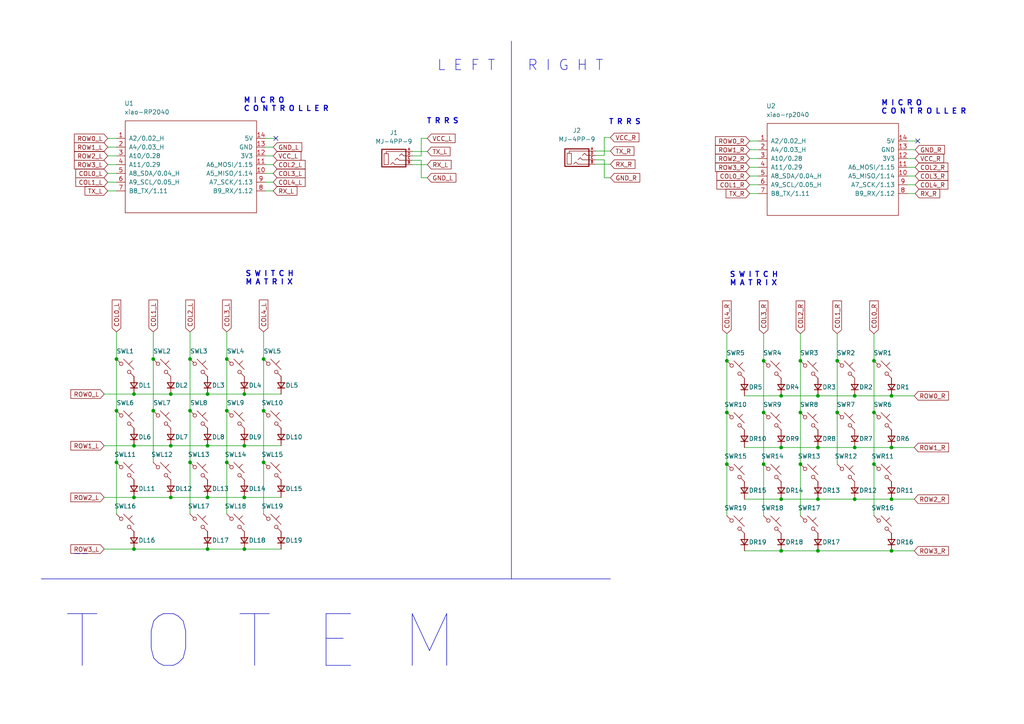
<source format=kicad_sch>
(kicad_sch (version 20231120) (generator "eeschema") (generator_version "8.0")
  (paper "A4")
  (title_block (title "TOTEM split keyboard") (date "2022-11-09") (rev "0.3") (comment 1 "made by GEIST"))
  (lib_symbols
    (symbol "Device:D_Small" (pin_numbers hide) (pin_names (offset 0.254) hide)
      (property "Reference" "D" (at -1.27 2.032 0))
      (property "Value" "D_Small" (at -3.81 -2.032 0))
      (symbol "D_Small_0_1"
        (polyline (pts (xy -0.762 -1.016) (xy -0.762 1.016)) (stroke (width 0.254)))
        (polyline (pts (xy -0.762 0) (xy 0.762 0)))
        (polyline (pts (xy 0.762 -1.016) (xy -0.762 0) (xy 0.762 1.016) (xy 0.762 -1.016)) (stroke (width 0.254)))
      )
      (symbol "D_Small_1_1"
        (pin passive line (at -2.54 0 0) (length 1.778) (name "K") (number "1"))
        (pin passive line (at 2.54 0 180) (length 1.778) (name "A") (number "2"))
      )
    )
    (symbol "Switch:SW_Push_45deg" (pin_numbers hide) (pin_names (offset 1.016) hide)
      (property "Reference" "SW" (at 3.048 1.016 0))
      (property "Value" "SW_Push_45deg" (at 0 -3.81 0))
      (symbol "SW_Push_45deg_0_1"
        (circle (center -1.1684 1.1684) (radius 0.508))
        (polyline (pts (xy -0.508 2.54) (xy 2.54 -0.508)))
        (polyline (pts (xy 1.016 1.016) (xy 2.032 2.032)))
        (polyline (pts (xy -2.54 2.54) (xy -1.524 1.524) (xy -1.524 1.524)))
        (polyline (pts (xy 1.524 -1.524) (xy 2.54 -2.54) (xy 2.54 -2.54) (xy 2.54 -2.54)))
        (circle (center 1.143 -1.1938) (radius 0.508))
        (pin passive line (at -2.54 2.54 0) (length 0) (name "1") (number "1"))
        (pin passive line (at 2.54 -2.54 180) (length 0) (name "2") (number "2"))
      )
    )
    (symbol "kbd:MJ-4PP-9" (pin_names (offset 1.016))
      (property "Reference" "J" (at 0 3.81 0))
      (property "Value" "MJ-4PP-9" (at 0 -3.81 0))
      (symbol "MJ-4PP-9_0_1"
        (rectangle (start -1.905 -1.905) (end -3.175 1.27))
        (polyline (pts (xy -2.54 1.27) (xy -2.54 1.905) (xy 3.175 1.905)))
        (polyline (pts (xy -1.27 -1.905) (xy -0.635 -1.27) (xy 0 -1.905) (xy 3.175 -1.905)))
        (polyline (pts (xy 0 -0.635) (xy 0.635 0) (xy 1.27 -0.635) (xy 3.175 -0.635)))
        (polyline (pts (xy 1.27 0.635) (xy 1.905 1.27) (xy 2.54 0.635) (xy 3.175 0.635)))
        (rectangle (start 3.175 2.54) (end -3.81 -2.54) (stroke (width 0.3048)))
      )
      (symbol "MJ-4PP-9_1_1"
        (pin input line (at 5.08 1.905 180) (length 2.0066) (name "~") (number "A"))
        (pin input line (at 5.08 -1.905 180) (length 2.0066) (name "~") (number "B"))
        (pin input line (at 5.08 -0.635 180) (length 2.0066) (name "~") (number "C"))
        (pin input line (at 5.08 0.635 180) (length 2.0066) (name "~") (number "D"))
      )
    )
    (symbol "xiaoRP2040:xiao-rp2040" (pin_names (offset 1.016))
      (property "Reference" "U1" (at -19.304 17.78 0))
      (property "Value" "xiao-rp2040" (at -19.304 15.24 0))
      (symbol "xiao-rp2040_0_1"
        (rectangle (start -19.05 12.7) (end 19.05 -13.97))
      )
      (symbol "xiao-rp2040_1_1"
        (pin bidirectional line (at -21.59 7.62 0) (length 2.54) (name "A2/0.02_H") (number "1"))
        (pin bidirectional line (at 21.59 -2.54 180) (length 2.54) (name "A5_MISO/1.14") (number "10"))
        (pin bidirectional line (at 21.59 0 180) (length 2.54) (name "A6_MOSI/1.15") (number "11"))
        (pin power_out line (at 21.59 2.54 180) (length 2.54) (name "3V3") (number "12"))
        (pin power_out line (at 21.59 5.08 180) (length 2.54) (name "GND") (number "13"))
        (pin power_out line (at 21.59 7.62 180) (length 2.54) (name "5V") (number "14"))
        (pin bidirectional line (at -21.59 5.08 0) (length 2.54) (name "A4/0.03_H") (number "2"))
        (pin bidirectional line (at -21.59 2.54 0) (length 2.54) (name "A10/0.28") (number "3"))
        (pin bidirectional line (at -21.59 0 0) (length 2.54) (name "A11/0.29") (number "4"))
        (pin bidirectional line (at -21.59 -2.54 0) (length 2.54) (name "A8_SDA/0.04_H") (number "5"))
        (pin bidirectional line (at -21.59 -5.08 0) (length 2.54) (name "A9_SCL/0.05_H") (number "6"))
        (pin bidirectional line (at -21.59 -7.62 0) (length 2.54) (name "B8_TX/1.11") (number "7"))
        (pin bidirectional line (at 21.59 -7.62 180) (length 2.54) (name "B9_RX/1.12") (number "8"))
        (pin bidirectional line (at 21.59 -5.08 180) (length 2.54) (name "A7_SCK/1.13") (number "9"))
      )
    )
  )
  (junction (at 33.782 104.14))
  (junction (at 33.782 134.112))
  (junction (at 226.568 129.794))
  (junction (at 49.53 114.3))
  (junction (at 44.45 119.126))
  (junction (at 55.118 119.126))
  (junction (at 70.866 129.286))
  (junction (at 226.568 144.78))
  (junction (at 226.568 159.766))
  (junction (at 237.236 114.808))
  (junction (at 49.53 144.272))
  (junction (at 38.862 159.258))
  (junction (at 232.156 119.634))
  (junction (at 258.572 144.78))
  (junction (at 76.454 104.14))
  (junction (at 70.866 144.272))
  (junction (at 221.488 119.634))
  (junction (at 237.236 159.766))
  (junction (at 247.904 144.78))
  (junction (at 76.454 119.126))
  (junction (at 44.45 104.14))
  (junction (at 70.866 114.3))
  (junction (at 210.82 134.62))
  (junction (at 232.156 134.62))
  (junction (at 55.118 104.14))
  (junction (at 247.904 129.794))
  (junction (at 242.824 104.648))
  (junction (at 60.198 144.272))
  (junction (at 38.862 144.272))
  (junction (at 232.156 104.648))
  (junction (at 247.904 114.808))
  (junction (at 210.82 104.648))
  (junction (at 65.786 104.14))
  (junction (at 60.198 114.3))
  (junction (at 60.198 159.258))
  (junction (at 258.572 129.794))
  (junction (at 49.53 129.286))
  (junction (at 33.782 119.126))
  (junction (at 258.572 114.808))
  (junction (at 70.866 159.258))
  (junction (at 237.236 129.794))
  (junction (at 221.488 134.62))
  (junction (at 55.118 134.112))
  (junction (at 258.572 159.766))
  (junction (at 253.492 119.634))
  (junction (at 242.824 119.634))
  (junction (at 38.862 129.286))
  (junction (at 65.786 119.126))
  (junction (at 76.454 134.112))
  (junction (at 253.492 134.62))
  (junction (at 65.786 134.112))
  (junction (at 226.568 114.808))
  (junction (at 60.198 129.286))
  (junction (at 237.236 144.78))
  (junction (at 38.862 114.3))
  (junction (at 253.492 104.648))
  (junction (at 221.488 104.648))
  (junction (at 210.82 119.634))
  (no_connect (at 266.192 40.894))
  (no_connect (at 80.01 40.132))
  (wire (pts (xy 215.9 144.78) (xy 226.568 144.78)))
  (wire (pts (xy 217.424 40.894) (xy 219.964 40.894)))
  (wire (pts (xy 215.9 129.794) (xy 226.568 129.794)))
  (wire (pts (xy 247.904 114.808) (xy 258.572 114.808)))
  (wire (pts (xy 76.962 40.132) (xy 80.01 40.132)))
  (wire (pts (xy 253.492 96.774) (xy 253.492 104.648)))
  (wire (pts (xy 65.786 104.14) (xy 65.786 119.126)))
  (wire (pts (xy 263.144 51.054) (xy 265.43 51.054)))
  (wire (pts (xy 49.53 144.272) (xy 60.198 144.272)))
  (wire (pts (xy 210.82 96.774) (xy 210.82 104.648)))
  (wire (pts (xy 31.242 40.132) (xy 33.782 40.132)))
  (wire (pts (xy 217.424 56.134) (xy 219.964 56.134)))
  (wire (pts (xy 122.174 40.132) (xy 122.174 45.212)))
  (wire (pts (xy 175.26 46.355) (xy 175.26 51.562)))
  (wire (pts (xy 70.866 129.286) (xy 81.534 129.286)))
  (wire (pts (xy 226.568 144.78) (xy 237.236 144.78)))
  (wire (pts (xy 210.82 134.62) (xy 210.82 149.606)))
  (wire (pts (xy 210.82 119.634) (xy 210.82 134.62)))
  (wire (pts (xy 237.236 114.808) (xy 247.904 114.808)))
  (wire (pts (xy 217.424 51.054) (xy 219.964 51.054)))
  (wire (pts (xy 65.786 119.126) (xy 65.786 134.112)))
  (wire (pts (xy 263.144 43.434) (xy 265.43 43.434)))
  (wire (pts (xy 55.118 134.112) (xy 55.118 149.098)))
  (wire (pts (xy 253.492 134.62) (xy 253.492 149.606)))
  (wire (pts (xy 122.174 46.482) (xy 122.174 51.562)))
  (wire (pts (xy 38.862 129.286) (xy 49.53 129.286)))
  (wire (pts (xy 76.454 104.14) (xy 76.454 119.126)))
  (wire (pts (xy 242.824 104.648) (xy 242.824 119.634)))
  (wire (pts (xy 232.156 96.774) (xy 232.156 104.648)))
  (wire (pts (xy 215.9 114.808) (xy 226.568 114.808)))
  (wire (pts (xy 76.962 45.212) (xy 79.248 45.212)))
  (wire (pts (xy 33.782 134.112) (xy 33.782 149.098)))
  (wire (pts (xy 31.242 47.752) (xy 33.782 47.752)))
  (wire (pts (xy 172.72 47.625) (xy 177.038 47.625)))
  (wire (pts (xy 217.424 48.514) (xy 219.964 48.514)))
  (wire (pts (xy 30.226 129.286) (xy 38.862 129.286)))
  (wire (pts (xy 76.962 52.832) (xy 79.248 52.832)))
  (wire (pts (xy 253.492 104.648) (xy 253.492 119.634)))
  (wire (pts (xy 38.862 144.272) (xy 49.53 144.272)))
  (wire (pts (xy 76.962 55.372) (xy 79.248 55.372)))
  (polyline (pts (xy 21.59 160.528) (xy 25.4 160.528)) (stroke (width 0) (type dash)))
  (wire (pts (xy 263.144 56.134) (xy 265.43 56.134)))
  (wire (pts (xy 263.144 40.894) (xy 266.192 40.894)))
  (wire (pts (xy 215.9 159.766) (xy 226.568 159.766)))
  (wire (pts (xy 70.866 114.3) (xy 81.534 114.3)))
  (wire (pts (xy 175.26 51.562) (xy 177.038 51.562)))
  (wire (pts (xy 258.572 129.794) (xy 265.176 129.794)))
  (wire (pts (xy 263.144 48.514) (xy 265.43 48.514)))
  (wire (pts (xy 242.824 119.634) (xy 242.824 134.62)))
  (wire (pts (xy 33.782 96.266) (xy 33.782 104.14)))
  (wire (pts (xy 76.454 96.266) (xy 76.454 104.14)))
  (wire (pts (xy 122.174 40.132) (xy 123.952 40.132)))
  (wire (pts (xy 232.156 119.634) (xy 232.156 134.62)))
  (wire (pts (xy 38.862 159.258) (xy 60.198 159.258)))
  (wire (pts (xy 177.038 39.878) (xy 175.26 39.878)))
  (wire (pts (xy 258.572 144.78) (xy 265.176 144.78)))
  (wire (pts (xy 31.242 45.212) (xy 33.782 45.212)))
  (wire (pts (xy 237.236 159.766) (xy 258.572 159.766)))
  (wire (pts (xy 65.786 96.266) (xy 65.786 104.14)))
  (wire (pts (xy 76.454 134.112) (xy 76.454 149.098)))
  (wire (pts (xy 221.488 104.648) (xy 221.488 119.634)))
  (wire (pts (xy 242.824 96.774) (xy 242.824 104.648)))
  (wire (pts (xy 119.634 47.752) (xy 123.952 47.752)))
  (wire (pts (xy 226.568 159.766) (xy 237.236 159.766)))
  (wire (pts (xy 119.634 45.212) (xy 122.174 45.212)))
  (wire (pts (xy 221.488 134.62) (xy 221.488 149.606)))
  (wire (pts (xy 119.634 43.942) (xy 123.952 43.942)))
  (wire (pts (xy 237.236 144.78) (xy 247.904 144.78)))
  (polyline (pts (xy 148.336 11.938) (xy 148.336 167.894)) (stroke (width 0) (type solid)))
  (wire (pts (xy 30.226 114.3) (xy 38.862 114.3)))
  (wire (pts (xy 76.454 119.126) (xy 76.454 134.112)))
  (wire (pts (xy 258.572 159.766) (xy 265.176 159.766)))
  (wire (pts (xy 49.53 129.286) (xy 60.198 129.286)))
  (wire (pts (xy 122.174 51.562) (xy 123.952 51.562)))
  (wire (pts (xy 31.242 50.292) (xy 33.782 50.292)))
  (wire (pts (xy 258.572 114.808) (xy 265.176 114.808)))
  (wire (pts (xy 263.144 45.974) (xy 265.43 45.974)))
  (polyline (pts (xy 11.938 167.894) (xy 177.038 167.894)) (stroke (width 0) (type solid)))
  (wire (pts (xy 60.198 144.272) (xy 70.866 144.272)))
  (wire (pts (xy 247.904 129.794) (xy 258.572 129.794)))
  (wire (pts (xy 172.72 46.355) (xy 175.26 46.355)))
  (wire (pts (xy 226.568 114.808) (xy 237.236 114.808)))
  (wire (pts (xy 49.53 114.3) (xy 60.198 114.3)))
  (wire (pts (xy 60.198 129.286) (xy 70.866 129.286)))
  (wire (pts (xy 232.156 134.62) (xy 232.156 149.606)))
  (wire (pts (xy 263.144 53.594) (xy 265.43 53.594)))
  (wire (pts (xy 31.242 55.372) (xy 33.782 55.372)))
  (wire (pts (xy 44.45 104.14) (xy 44.45 119.126)))
  (wire (pts (xy 217.424 53.594) (xy 219.964 53.594)))
  (wire (pts (xy 172.72 45.085) (xy 175.26 45.085)))
  (wire (pts (xy 44.45 119.126) (xy 44.45 134.112)))
  (wire (pts (xy 237.236 129.794) (xy 247.904 129.794)))
  (wire (pts (xy 44.45 96.266) (xy 44.45 104.14)))
  (wire (pts (xy 38.862 114.3) (xy 49.53 114.3)))
  (wire (pts (xy 55.118 119.126) (xy 55.118 134.112)))
  (wire (pts (xy 217.424 43.434) (xy 219.964 43.434)))
  (wire (pts (xy 221.488 119.634) (xy 221.488 134.62)))
  (wire (pts (xy 65.786 134.112) (xy 65.786 149.098)))
  (wire (pts (xy 76.962 47.752) (xy 79.248 47.752)))
  (wire (pts (xy 60.198 159.258) (xy 70.866 159.258)))
  (wire (pts (xy 210.82 104.648) (xy 210.82 119.634)))
  (wire (pts (xy 31.242 52.832) (xy 33.782 52.832)))
  (wire (pts (xy 247.904 144.78) (xy 258.572 144.78)))
  (wire (pts (xy 221.488 96.774) (xy 221.488 104.648)))
  (wire (pts (xy 30.226 144.272) (xy 38.862 144.272)))
  (wire (pts (xy 76.962 42.672) (xy 79.248 42.672)))
  (wire (pts (xy 31.242 42.672) (xy 33.782 42.672)))
  (wire (pts (xy 232.156 104.648) (xy 232.156 119.634)))
  (wire (pts (xy 70.866 159.258) (xy 81.534 159.258)))
  (wire (pts (xy 55.118 104.14) (xy 55.118 119.126)))
  (wire (pts (xy 33.782 104.14) (xy 33.782 119.126)))
  (wire (pts (xy 55.118 96.266) (xy 55.118 104.14)))
  (wire (pts (xy 60.198 114.3) (xy 70.866 114.3)))
  (wire (pts (xy 76.962 50.292) (xy 79.248 50.292)))
  (wire (pts (xy 30.226 159.258) (xy 38.862 159.258)))
  (wire (pts (xy 33.782 119.126) (xy 33.782 134.112)))
  (wire (pts (xy 217.424 45.974) (xy 219.964 45.974)))
  (wire (pts (xy 253.492 119.634) (xy 253.492 134.62)))
  (wire (pts (xy 122.174 46.482) (xy 119.634 46.482)))
  (wire (pts (xy 70.866 144.272) (xy 81.534 144.272)))
  (wire (pts (xy 175.26 39.878) (xy 175.26 45.085)))
  (wire (pts (xy 226.568 129.794) (xy 237.236 129.794)))
  (wire (pts (xy 172.72 43.815) (xy 177.038 43.815)))
  (text "M I C R O \nC O N T R O L L E R" (at 255.524 33.274 0) (effects (font (size 1.5 1.5) (thickness 0.3) (bold yes)) (justify left bottom)))
  (text "T R R S" (at 176.53 36.322 0) (effects (font (size 1.5 1.5) (thickness 0.3) (bold yes)) (justify left bottom)))
  (text "S W I T C H\nM A T R I X" (at 71.12 82.804 0) (effects (font (size 1.5 1.5) (thickness 0.3) (bold yes)) (justify left bottom)))
  (text "T O T E M" (at 18.034 195.072 0) (effects (font (size 15 15)) (justify left bottom)))
  (text "S W I T C H\nM A T R I X" (at 211.582 83.058 0) (effects (font (size 1.5 1.5) (thickness 0.3) (bold yes)) (justify left bottom)))
  (text "T R R S" (at 123.698 36.068 0) (effects (font (size 1.5 1.5) (thickness 0.3) (bold yes)) (justify left bottom)))
  (text "R I G H T" (at 152.908 20.828 0) (effects (font (size 3 3)) (justify left bottom)))
  (text "L E F T" (at 143.764 20.828 0) (effects (font (size 3 3)) (justify right bottom)))
  (text "M I C R O \nC O N T R O L L E R" (at 70.612 32.512 0) (effects (font (size 1.5 1.5) (thickness 0.3) (bold yes)) (justify left bottom)))
  (global_label "VCC_R" (shape input) (at 265.43 45.974 0) (property "Intersheetrefs" "${INTERSHEET_REFS}" (effects (hide yes))))
  (global_label "RX_L" (shape input) (at 123.952 47.752 0) (property "Intersheetrefs" "${INTERSHEET_REFS}" (effects (hide yes))))
  (global_label "ROW3_R" (shape input) (at 265.176 159.766 0) (property "Intersheetrefs" "${INTERSHEET_REFS}" (effects (hide yes))))
  (global_label "GND_R" (shape input) (at 265.43 43.434 0) (property "Intersheetrefs" "${INTERSHEET_REFS}" (effects (hide yes))))
  (global_label "COL3_L" (shape input) (at 65.786 96.266 90) (property "Intersheetrefs" "${INTERSHEET_REFS}" (effects (hide yes))))
  (global_label "COL4_L" (shape input) (at 76.454 96.266 90) (property "Intersheetrefs" "${INTERSHEET_REFS}" (effects (hide yes))))
  (global_label "ROW0_R" (shape input) (at 265.176 114.808 0) (property "Intersheetrefs" "${INTERSHEET_REFS}" (effects (hide yes))))
  (global_label "COL1_L" (shape input) (at 44.45 96.266 90) (property "Intersheetrefs" "${INTERSHEET_REFS}" (effects (hide yes))))
  (global_label "COL2_R" (shape input) (at 232.156 96.774 90) (property "Intersheetrefs" "${INTERSHEET_REFS}" (effects (hide yes))))
  (global_label "GND_L" (shape input) (at 79.248 42.672 0) (property "Intersheetrefs" "${INTERSHEET_REFS}" (effects (hide yes))))
  (global_label "ROW0_R" (shape input) (at 217.424 40.894 180) (property "Intersheetrefs" "${INTERSHEET_REFS}" (effects (hide yes))))
  (global_label "COL0_R" (shape input) (at 217.424 51.054 180) (property "Intersheetrefs" "${INTERSHEET_REFS}" (effects (hide yes))))
  (global_label "COL4_R" (shape input) (at 265.43 53.594 0) (property "Intersheetrefs" "${INTERSHEET_REFS}" (effects (hide yes))))
  (global_label "VCC_L" (shape input) (at 123.952 40.132 0) (property "Intersheetrefs" "${INTERSHEET_REFS}" (effects (hide yes))))
  (global_label "VCC_R" (shape input) (at 177.038 39.878 0) (property "Intersheetrefs" "${INTERSHEET_REFS}" (effects (hide yes))))
  (global_label "ROW3_L" (shape input) (at 30.226 159.258 180) (property "Intersheetrefs" "${INTERSHEET_REFS}" (effects (hide yes))))
  (global_label "VCC_L" (shape input) (at 79.248 45.212 0) (property "Intersheetrefs" "${INTERSHEET_REFS}" (effects (hide yes))))
  (global_label "TX_L" (shape input) (at 123.952 43.942 0) (property "Intersheetrefs" "${INTERSHEET_REFS}" (effects (hide yes))))
  (global_label "COL1_R" (shape input) (at 217.424 53.594 180) (property "Intersheetrefs" "${INTERSHEET_REFS}" (effects (hide yes))))
  (global_label "ROW3_R" (shape input) (at 217.424 48.514 180) (property "Intersheetrefs" "${INTERSHEET_REFS}" (effects (hide yes))))
  (global_label "ROW0_L" (shape input) (at 30.226 114.3 180) (property "Intersheetrefs" "${INTERSHEET_REFS}" (effects (hide yes))))
  (global_label "ROW1_R" (shape input) (at 265.176 129.794 0) (property "Intersheetrefs" "${INTERSHEET_REFS}" (effects (hide yes))))
  (global_label "GND_L" (shape input) (at 123.952 51.562 0) (property "Intersheetrefs" "${INTERSHEET_REFS}" (effects (hide yes))))
  (global_label "RX_L" (shape input) (at 79.248 55.372 0) (property "Intersheetrefs" "${INTERSHEET_REFS}" (effects (hide yes))))
  (global_label "COL0_L" (shape input) (at 33.782 96.266 90) (property "Intersheetrefs" "${INTERSHEET_REFS}" (effects (hide yes))))
  (global_label "ROW3_L" (shape input) (at 31.242 47.752 180) (property "Intersheetrefs" "${INTERSHEET_REFS}" (effects (hide yes))))
  (global_label "COL3_R" (shape input) (at 265.43 51.054 0) (property "Intersheetrefs" "${INTERSHEET_REFS}" (effects (hide yes))))
  (global_label "TX_R" (shape input) (at 177.038 43.815 0) (property "Intersheetrefs" "${INTERSHEET_REFS}" (effects (hide yes))))
  (global_label "COL4_R" (shape input) (at 210.82 96.774 90) (property "Intersheetrefs" "${INTERSHEET_REFS}" (effects (hide yes))))
  (global_label "RX_R" (shape input) (at 177.038 47.625 0) (property "Intersheetrefs" "${INTERSHEET_REFS}" (effects (hide yes))))
  (global_label "COL3_R" (shape input) (at 221.488 96.774 90) (property "Intersheetrefs" "${INTERSHEET_REFS}" (effects (hide yes))))
  (global_label "TX_R" (shape input) (at 217.424 56.134 180) (property "Intersheetrefs" "${INTERSHEET_REFS}" (effects (hide yes))))
  (global_label "ROW1_L" (shape input) (at 30.226 129.286 180) (property "Intersheetrefs" "${INTERSHEET_REFS}" (effects (hide yes))))
  (global_label "ROW2_L" (shape input) (at 31.242 45.212 180) (property "Intersheetrefs" "${INTERSHEET_REFS}" (effects (hide yes))))
  (global_label "COL2_R" (shape input) (at 265.43 48.514 0) (property "Intersheetrefs" "${INTERSHEET_REFS}" (effects (hide yes))))
  (global_label "ROW1_L" (shape input) (at 31.242 42.672 180) (property "Intersheetrefs" "${INTERSHEET_REFS}" (effects (hide yes))))
  (global_label "COL1_R" (shape input) (at 242.824 96.774 90) (property "Intersheetrefs" "${INTERSHEET_REFS}" (effects (hide yes))))
  (global_label "GND_R" (shape input) (at 177.038 51.562 0) (property "Intersheetrefs" "${INTERSHEET_REFS}" (effects (hide yes))))
  (global_label "COL0_L" (shape input) (at 31.242 50.292 180) (property "Intersheetrefs" "${INTERSHEET_REFS}" (effects (hide yes))))
  (global_label "COL2_L" (shape input) (at 79.248 47.752 0) (property "Intersheetrefs" "${INTERSHEET_REFS}" (effects (hide yes))))
  (global_label "ROW1_R" (shape input) (at 217.424 43.434 180) (property "Intersheetrefs" "${INTERSHEET_REFS}" (effects (hide yes))))
  (global_label "ROW2_R" (shape input) (at 265.176 144.78 0) (property "Intersheetrefs" "${INTERSHEET_REFS}" (effects (hide yes))))
  (global_label "COL0_R" (shape input) (at 253.492 96.774 90) (property "Intersheetrefs" "${INTERSHEET_REFS}" (effects (hide yes))))
  (global_label "COL3_L" (shape input) (at 79.248 50.292 0) (property "Intersheetrefs" "${INTERSHEET_REFS}" (effects (hide yes))))
  (global_label "COL2_L" (shape input) (at 55.118 96.266 90) (property "Intersheetrefs" "${INTERSHEET_REFS}" (effects (hide yes))))
  (global_label "TX_L" (shape input) (at 31.242 55.372 180) (property "Intersheetrefs" "${INTERSHEET_REFS}" (effects (hide yes))))
  (global_label "ROW2_L" (shape input) (at 30.226 144.272 180) (property "Intersheetrefs" "${INTERSHEET_REFS}" (effects (hide yes))))
  (global_label "COL4_L" (shape input) (at 79.248 52.832 0) (property "Intersheetrefs" "${INTERSHEET_REFS}" (effects (hide yes))))
  (global_label "RX_R" (shape input) (at 265.43 56.134 0) (property "Intersheetrefs" "${INTERSHEET_REFS}" (effects (hide yes))))
  (global_label "ROW0_L" (shape input) (at 31.242 40.132 180) (property "Intersheetrefs" "${INTERSHEET_REFS}" (effects (hide yes))))
  (global_label "COL1_L" (shape input) (at 31.242 52.832 180) (property "Intersheetrefs" "${INTERSHEET_REFS}" (effects (hide yes))))
  (global_label "ROW2_R" (shape input) (at 217.424 45.974 180) (property "Intersheetrefs" "${INTERSHEET_REFS}" (effects (hide yes))))
  (symbol (lib_id "Device:D_Small") (at 81.534 156.718 90) (unit 1)
    (property "Reference" "DL19" (at 82.804 156.718 90) (effects (justify right)))
    (property "Value" "D_Small" (effects (hide yes)))
    (property "Footprint" "TOTEMlib:Diode_SOD123" (effects (hide yes)))
  )
  (symbol (lib_id "Switch:SW_Push_45deg") (at 245.364 107.188 0) (unit 1)
    (property "Reference" "SWR2" (at 245.364 102.362 0))
    (property "Value" "SW_Push_45deg" (effects (hide yes)))
    (property "Footprint" "TOTEMlib:Kailh_socket_PG1350_optional" (effects (hide yes)))
  )
  (symbol (lib_id "Switch:SW_Push_45deg") (at 57.658 151.638 0) (unit 1)
    (property "Reference" "SWL17" (at 57.658 146.812 0))
    (property "Value" "SW_Push_45deg" (effects (hide yes)))
    (property "Footprint" "TOTEMlib:Kailh_socket_PG1350_optional" (effects (hide yes)))
  )
  (symbol (lib_id "Switch:SW_Push_45deg") (at 36.322 151.638 0) (unit 1)
    (property "Reference" "SWL16" (at 36.322 146.812 0))
    (property "Value" "SW_Push_45deg" (effects (hide yes)))
    (property "Footprint" "TOTEMlib:Kailh_socket_PG1350_optional" (effects (hide yes)))
  )
  (symbol (lib_id "Switch:SW_Push_45deg") (at 256.032 152.146 0) (unit 1)
    (property "Reference" "SWR16" (at 256.032 147.32 0))
    (property "Value" "SW_Push_45deg" (effects (hide yes)))
    (property "Footprint" "TOTEMlib:Kailh_socket_PG1350_optional" (effects (hide yes)))
  )
  (symbol (lib_id "Switch:SW_Push_45deg") (at 68.326 106.68 0) (unit 1)
    (property "Reference" "SWL4" (at 68.326 101.854 0))
    (property "Value" "SW_Push_45deg" (effects (hide yes)))
    (property "Footprint" "TOTEMlib:Kailh_socket_PG1350_optional" (effects (hide yes)))
  )
  (symbol (lib_id "Device:D_Small") (at 258.572 127.254 90) (unit 1)
    (property "Reference" "DR6" (at 259.842 127.254 90) (effects (justify right)))
    (property "Value" "D_Small" (effects (hide yes)))
    (property "Footprint" "TOTEMlib:Diode_SOD123" (effects (hide yes)))
  )
  (symbol (lib_id "Switch:SW_Push_45deg") (at 234.696 107.188 0) (unit 1)
    (property "Reference" "SWR3" (at 234.696 102.362 0))
    (property "Value" "SW_Push_45deg" (effects (hide yes)))
    (property "Footprint" "TOTEMlib:Kailh_socket_PG1350_optional" (effects (hide yes)))
  )
  (symbol (lib_id "Switch:SW_Push_45deg") (at 57.658 106.68 0) (unit 1)
    (property "Reference" "SWL3" (at 57.658 101.854 0))
    (property "Value" "SW_Push_45deg" (effects (hide yes)))
    (property "Footprint" "TOTEMlib:Kailh_socket_PG1350_optional" (effects (hide yes)))
  )
  (symbol (lib_id "Device:D_Small") (at 215.9 112.268 90) (unit 1)
    (property "Reference" "DR5" (at 217.17 112.268 90) (effects (justify right)))
    (property "Value" "D_Small" (effects (hide yes)))
    (property "Footprint" "TOTEMlib:Diode_SOD123" (effects (hide yes)))
  )
  (symbol (lib_id "Switch:SW_Push_45deg") (at 213.36 122.174 0) (unit 1)
    (property "Reference" "SWR10" (at 213.36 117.348 0))
    (property "Value" "SW_Push_45deg" (effects (hide yes)))
    (property "Footprint" "TOTEMlib:Kailh_socket_PG1350_optional" (effects (hide yes)))
  )
  (symbol (lib_id "Switch:SW_Push_45deg") (at 245.364 137.16 0) (unit 1)
    (property "Reference" "SWR12" (at 245.364 132.334 0))
    (property "Value" "SW_Push_45deg" (effects (hide yes)))
    (property "Footprint" "TOTEMlib:Kailh_socket_PG1350_optional" (effects (hide yes)))
  )
  (symbol (lib_id "Switch:SW_Push_45deg") (at 234.696 122.174 0) (unit 1)
    (property "Reference" "SWR8" (at 234.696 117.348 0))
    (property "Value" "SW_Push_45deg" (effects (hide yes)))
    (property "Footprint" "TOTEMlib:Kailh_socket_PG1350_optional" (effects (hide yes)))
  )
  (symbol (lib_id "Switch:SW_Push_45deg") (at 46.99 121.666 0) (unit 1)
    (property "Reference" "SWL7" (at 46.99 116.84 0))
    (property "Value" "SW_Push_45deg" (effects (hide yes)))
    (property "Footprint" "TOTEMlib:Kailh_socket_PG1350_optional" (effects (hide yes)))
  )
  (symbol (lib_id "xiaoRP2040:xiao-rp2040") (at 55.372 47.752 0) (unit 1)
    (property "Reference" "U1" (at 36.068 29.972 0) (effects (justify left)))
    (property "Value" "xiao-RP2040" (at 36.068 32.512 0) (effects (justify left)))
    (property "Footprint" "XIAO_PCB:xiao RP2040 MOUDLE14P-2.54-21X17.8MM" (effects (hide yes)))
  )
  (symbol (lib_id "Device:D_Small") (at 226.568 142.24 90) (unit 1)
    (property "Reference" "DR14" (at 227.838 142.24 90) (effects (justify right)))
    (property "Value" "D_Small" (effects (hide yes)))
    (property "Footprint" "TOTEMlib:Diode_SOD123" (effects (hide yes)))
  )
  (symbol (lib_id "Switch:SW_Push_45deg") (at 234.696 137.16 0) (unit 1)
    (property "Reference" "SWR13" (at 234.696 132.334 0))
    (property "Value" "SW_Push_45deg" (effects (hide yes)))
    (property "Footprint" "TOTEMlib:Kailh_socket_PG1350_optional" (effects (hide yes)))
  )
  (symbol (lib_id "Device:D_Small") (at 38.862 111.76 90) (unit 1)
    (property "Reference" "DL1" (at 40.132 111.76 90) (effects (justify right)))
    (property "Value" "D_Small" (effects (hide yes)))
    (property "Footprint" "TOTEMlib:Diode_SOD123" (effects (hide yes)))
  )
  (symbol (lib_id "Device:D_Small") (at 258.572 157.226 90) (unit 1)
    (property "Reference" "DR16" (at 259.842 157.226 90) (effects (justify right)))
    (property "Value" "D_Small" (effects (hide yes)))
    (property "Footprint" "TOTEMlib:Diode_SOD123" (effects (hide yes)))
  )
  (symbol (lib_id "Switch:SW_Push_45deg") (at 213.36 107.188 0) (unit 1)
    (property "Reference" "SWR5" (at 213.36 102.362 0))
    (property "Value" "SW_Push_45deg" (effects (hide yes)))
    (property "Footprint" "TOTEMlib:Kailh_socket_PG1350_optional" (effects (hide yes)))
  )
  (symbol (lib_id "Device:D_Small") (at 49.53 111.76 90) (unit 1)
    (property "Reference" "DL2" (at 50.8 111.76 90) (effects (justify right)))
    (property "Value" "D_Small" (effects (hide yes)))
    (property "Footprint" "TOTEMlib:Diode_SOD123" (effects (hide yes)))
  )
  (symbol (lib_id "Switch:SW_Push_45deg") (at 57.658 121.666 0) (unit 1)
    (property "Reference" "SWL8" (at 57.658 116.84 0))
    (property "Value" "SW_Push_45deg" (effects (hide yes)))
    (property "Footprint" "TOTEMlib:Kailh_socket_PG1350_optional" (effects (hide yes)))
  )
  (symbol (lib_id "Switch:SW_Push_45deg") (at 68.326 136.652 0) (unit 1)
    (property "Reference" "SWL14" (at 68.326 131.826 0))
    (property "Value" "SW_Push_45deg" (effects (hide yes)))
    (property "Footprint" "TOTEMlib:Kailh_socket_PG1350_optional" (effects (hide yes)))
  )
  (symbol (lib_id "Device:D_Small") (at 70.866 141.732 90) (unit 1)
    (property "Reference" "DL14" (at 72.136 141.732 90) (effects (justify right)))
    (property "Value" "D_Small" (effects (hide yes)))
    (property "Footprint" "TOTEMlib:Diode_SOD123" (effects (hide yes)))
  )
  (symbol (lib_id "Device:D_Small") (at 215.9 142.24 90) (unit 1)
    (property "Reference" "DR15" (at 217.17 142.24 90) (effects (justify right)))
    (property "Value" "D_Small" (effects (hide yes)))
    (property "Footprint" "TOTEMlib:Diode_SOD123" (effects (hide yes)))
  )
  (symbol (lib_id "Switch:SW_Push_45deg") (at 78.994 151.638 0) (unit 1)
    (property "Reference" "SWL19" (at 78.994 146.812 0))
    (property "Value" "SW_Push_45deg" (effects (hide yes)))
    (property "Footprint" "TOTEMlib:Kailh_socket_PG1350_optional" (effects (hide yes)))
  )
  (symbol (lib_id "Switch:SW_Push_45deg") (at 213.36 152.146 0) (unit 1)
    (property "Reference" "SWR19" (at 213.36 147.32 0))
    (property "Value" "SW_Push_45deg" (effects (hide yes)))
    (property "Footprint" "TOTEMlib:Kailh_socket_PG1350_optional" (effects (hide yes)))
  )
  (symbol (lib_id "kbd:MJ-4PP-9") (at 114.554 45.847 0) (unit 1)
    (property "Reference" "J1" (at 114.2365 38.481 0))
    (property "Value" "MJ-4PP-9" (at 114.2365 41.021 0))
    (property "Footprint" "TOTEMlib:MJ-4PP-9_1side" (effects (hide yes)))
  )
  (symbol (lib_id "Switch:SW_Push_45deg") (at 234.696 152.146 0) (unit 1)
    (property "Reference" "SWR17" (at 234.696 147.32 0))
    (property "Value" "SW_Push_45deg" (effects (hide yes)))
    (property "Footprint" "TOTEMlib:Kailh_socket_PG1350_optional" (effects (hide yes)))
  )
  (symbol (lib_id "Switch:SW_Push_45deg") (at 245.364 122.174 0) (unit 1)
    (property "Reference" "SWR7" (at 245.364 117.348 0))
    (property "Value" "SW_Push_45deg" (effects (hide yes)))
    (property "Footprint" "TOTEMlib:Kailh_socket_PG1350_optional" (effects (hide yes)))
  )
  (symbol (lib_id "Switch:SW_Push_45deg") (at 36.322 106.68 0) (unit 1)
    (property "Reference" "SWL1" (at 36.322 101.854 0))
    (property "Value" "SW_Push_45deg" (effects (hide yes)))
    (property "Footprint" "TOTEMlib:Kailh_socket_PG1350_optional" (effects (hide yes)))
  )
  (symbol (lib_id "Device:D_Small") (at 81.534 111.76 90) (unit 1)
    (property "Reference" "DL5" (at 82.804 111.76 90) (effects (justify right)))
    (property "Value" "D_Small" (effects (hide yes)))
    (property "Footprint" "TOTEMlib:Diode_SOD123" (effects (hide yes)))
  )
  (symbol (lib_id "Device:D_Small") (at 226.568 112.268 90) (unit 1)
    (property "Reference" "DR4" (at 227.838 112.268 90) (effects (justify right)))
    (property "Value" "D_Small" (effects (hide yes)))
    (property "Footprint" "TOTEMlib:Diode_SOD123" (effects (hide yes)))
  )
  (symbol (lib_id "Device:D_Small") (at 237.236 142.24 90) (unit 1)
    (property "Reference" "DR13" (at 238.506 142.24 90) (effects (justify right)))
    (property "Value" "D_Small" (effects (hide yes)))
    (property "Footprint" "TOTEMlib:Diode_SOD123" (effects (hide yes)))
  )
  (symbol (lib_id "Switch:SW_Push_45deg") (at 68.326 121.666 0) (unit 1)
    (property "Reference" "SWL9" (at 68.326 116.84 0))
    (property "Value" "SW_Push_45deg" (effects (hide yes)))
    (property "Footprint" "TOTEMlib:Kailh_socket_PG1350_optional" (effects (hide yes)))
  )
  (symbol (lib_id "Switch:SW_Push_45deg") (at 78.994 106.68 0) (unit 1)
    (property "Reference" "SWL5" (at 78.994 101.854 0))
    (property "Value" "SW_Push_45deg" (effects (hide yes)))
    (property "Footprint" "TOTEMlib:Kailh_socket_PG1350_optional" (effects (hide yes)))
  )
  (symbol (lib_id "Switch:SW_Push_45deg") (at 224.028 137.16 0) (unit 1)
    (property "Reference" "SWR14" (at 224.028 132.334 0))
    (property "Value" "SW_Push_45deg" (effects (hide yes)))
    (property "Footprint" "TOTEMlib:Kailh_socket_PG1350_optional" (effects (hide yes)))
  )
  (symbol (lib_id "Device:D_Small") (at 81.534 126.746 90) (unit 1)
    (property "Reference" "DL10" (at 82.804 126.746 90) (effects (justify right)))
    (property "Value" "D_Small" (effects (hide yes)))
    (property "Footprint" "TOTEMlib:Diode_SOD123" (effects (hide yes)))
  )
  (symbol (lib_id "Device:D_Small") (at 70.866 156.718 90) (unit 1)
    (property "Reference" "DL18" (at 72.136 156.718 90) (effects (justify right)))
    (property "Value" "D_Small" (effects (hide yes)))
    (property "Footprint" "TOTEMlib:Diode_SOD123" (effects (hide yes)))
  )
  (symbol (lib_id "Device:D_Small") (at 49.53 126.746 90) (unit 1)
    (property "Reference" "DL7" (at 50.8 126.746 90) (effects (justify right)))
    (property "Value" "D_Small" (effects (hide yes)))
    (property "Footprint" "TOTEMlib:Diode_SOD123" (effects (hide yes)))
  )
  (symbol (lib_id "Device:D_Small") (at 60.198 111.76 90) (unit 1)
    (property "Reference" "DL3" (at 61.468 111.76 90) (effects (justify right)))
    (property "Value" "D_Small" (effects (hide yes)))
    (property "Footprint" "TOTEMlib:Diode_SOD123" (effects (hide yes)))
  )
  (symbol (lib_id "Switch:SW_Push_45deg") (at 46.99 106.68 0) (unit 1)
    (property "Reference" "SWL2" (at 46.99 101.854 0))
    (property "Value" "SW_Push_45deg" (effects (hide yes)))
    (property "Footprint" "TOTEMlib:Kailh_socket_PG1350_optional" (effects (hide yes)))
  )
  (symbol (lib_id "Switch:SW_Push_45deg") (at 78.994 136.652 0) (unit 1)
    (property "Reference" "SWL15" (at 78.994 131.826 0))
    (property "Value" "SW_Push_45deg" (effects (hide yes)))
    (property "Footprint" "TOTEMlib:Kailh_socket_PG1350_optional" (effects (hide yes)))
  )
  (symbol (lib_id "Switch:SW_Push_45deg") (at 78.994 121.666 0) (unit 1)
    (property "Reference" "SWL10" (at 78.994 116.84 0))
    (property "Value" "SW_Push_45deg" (effects (hide yes)))
    (property "Footprint" "TOTEMlib:Kailh_socket_PG1350_optional" (effects (hide yes)))
  )
  (symbol (lib_id "Device:D_Small") (at 237.236 157.226 90) (unit 1)
    (property "Reference" "DR17" (at 238.506 157.226 90) (effects (justify right)))
    (property "Value" "D_Small" (effects (hide yes)))
    (property "Footprint" "TOTEMlib:Diode_SOD123" (effects (hide yes)))
  )
  (symbol (lib_id "Device:D_Small") (at 237.236 112.268 90) (unit 1)
    (property "Reference" "DR3" (at 238.506 112.268 90) (effects (justify right)))
    (property "Value" "D_Small" (effects (hide yes)))
    (property "Footprint" "TOTEMlib:Diode_SOD123" (effects (hide yes)))
  )
  (symbol (lib_id "Switch:SW_Push_45deg") (at 213.36 137.16 0) (unit 1)
    (property "Reference" "SWR15" (at 213.36 132.334 0))
    (property "Value" "SW_Push_45deg" (effects (hide yes)))
    (property "Footprint" "TOTEMlib:Kailh_socket_PG1350_optional" (effects (hide yes)))
  )
  (symbol (lib_id "Switch:SW_Push_45deg") (at 57.658 136.652 0) (unit 1)
    (property "Reference" "SWL13" (at 57.658 131.826 0))
    (property "Value" "SW_Push_45deg" (effects (hide yes)))
    (property "Footprint" "TOTEMlib:Kailh_socket_PG1350_optional" (effects (hide yes)))
  )
  (symbol (lib_id "Device:D_Small") (at 38.862 156.718 90) (unit 1)
    (property "Reference" "DL16" (at 40.132 156.718 90) (effects (justify right)))
    (property "Value" "D_Small" (effects (hide yes)))
    (property "Footprint" "TOTEMlib:Diode_SOD123" (effects (hide yes)))
  )
  (symbol (lib_id "Device:D_Small") (at 226.568 127.254 90) (unit 1)
    (property "Reference" "DR9" (at 227.838 127.254 90) (effects (justify right)))
    (property "Value" "D_Small" (effects (hide yes)))
    (property "Footprint" "TOTEMlib:Diode_SOD123" (effects (hide yes)))
  )
  (symbol (lib_id "Device:D_Small") (at 81.534 141.732 90) (unit 1)
    (property "Reference" "DL15" (at 82.804 141.732 90) (effects (justify right)))
    (property "Value" "D_Small" (effects (hide yes)))
    (property "Footprint" "TOTEMlib:Diode_SOD123" (effects (hide yes)))
  )
  (symbol (lib_id "Device:D_Small") (at 258.572 142.24 90) (unit 1)
    (property "Reference" "DR11" (at 259.842 142.24 90) (effects (justify right)))
    (property "Value" "D_Small" (effects (hide yes)))
    (property "Footprint" "TOTEMlib:Diode_SOD123" (effects (hide yes)))
  )
  (symbol (lib_id "kbd:MJ-4PP-9") (at 167.64 45.72 0) (unit 1)
    (property "Reference" "J2" (at 167.3225 37.846 0))
    (property "Value" "MJ-4PP-9" (at 167.3225 40.386 0))
    (property "Footprint" "TOTEMlib:MJ-4PP-9_1side" (effects (hide yes)))
  )
  (symbol (lib_id "Switch:SW_Push_45deg") (at 256.032 107.188 0) (unit 1)
    (property "Reference" "SWR1" (at 256.032 102.362 0))
    (property "Value" "SW_Push_45deg" (effects (hide yes)))
    (property "Footprint" "TOTEMlib:Kailh_socket_PG1350_optional" (effects (hide yes)))
  )
  (symbol (lib_id "Device:D_Small") (at 38.862 126.746 90) (unit 1)
    (property "Reference" "DL6" (at 40.132 126.746 90) (effects (justify right)))
    (property "Value" "D_Small" (effects (hide yes)))
    (property "Footprint" "TOTEMlib:Diode_SOD123" (effects (hide yes)))
  )
  (symbol (lib_id "Device:D_Small") (at 247.904 142.24 90) (unit 1)
    (property "Reference" "DR12" (at 249.174 142.24 90) (effects (justify right)))
    (property "Value" "D_Small" (effects (hide yes)))
    (property "Footprint" "TOTEMlib:Diode_SOD123" (effects (hide yes)))
  )
  (symbol (lib_id "Device:D_Small") (at 215.9 157.226 90) (unit 1)
    (property "Reference" "DR19" (at 217.17 157.226 90) (effects (justify right)))
    (property "Value" "D_Small" (effects (hide yes)))
    (property "Footprint" "TOTEMlib:Diode_SOD123" (effects (hide yes)))
  )
  (symbol (lib_id "Device:D_Small") (at 60.198 156.718 90) (unit 1)
    (property "Reference" "DL17" (at 61.468 156.718 90) (effects (justify right)))
    (property "Value" "D_Small" (effects (hide yes)))
    (property "Footprint" "TOTEMlib:Diode_SOD123" (effects (hide yes)))
  )
  (symbol (lib_id "Device:D_Small") (at 60.198 126.746 90) (unit 1)
    (property "Reference" "DL8" (at 61.468 126.746 90) (effects (justify right)))
    (property "Value" "D_Small" (effects (hide yes)))
    (property "Footprint" "TOTEMlib:Diode_SOD123" (effects (hide yes)))
  )
  (symbol (lib_id "Switch:SW_Push_45deg") (at 224.028 122.174 0) (unit 1)
    (property "Reference" "SWR9" (at 224.028 117.348 0))
    (property "Value" "SW_Push_45deg" (effects (hide yes)))
    (property "Footprint" "TOTEMlib:Kailh_socket_PG1350_optional" (effects (hide yes)))
  )
  (symbol (lib_id "Device:D_Small") (at 38.862 141.732 90) (unit 1)
    (property "Reference" "DL11" (at 40.132 141.732 90) (effects (justify right)))
    (property "Value" "D_Small" (effects (hide yes)))
    (property "Footprint" "TOTEMlib:Diode_SOD123" (effects (hide yes)))
  )
  (symbol (lib_id "Device:D_Small") (at 258.572 112.268 90) (unit 1)
    (property "Reference" "DR1" (at 259.842 112.268 90) (effects (justify right)))
    (property "Value" "D_Small" (effects (hide yes)))
    (property "Footprint" "TOTEMlib:Diode_SOD123" (effects (hide yes)))
  )
  (symbol (lib_id "Device:D_Small") (at 60.198 141.732 90) (unit 1)
    (property "Reference" "DL13" (at 61.468 141.732 90) (effects (justify right)))
    (property "Value" "D_Small" (effects (hide yes)))
    (property "Footprint" "TOTEMlib:Diode_SOD123" (effects (hide yes)))
  )
  (symbol (lib_id "Device:D_Small") (at 237.236 127.254 90) (unit 1)
    (property "Reference" "DR8" (at 238.506 127.254 90) (effects (justify right)))
    (property "Value" "D_Small" (effects (hide yes)))
    (property "Footprint" "TOTEMlib:Diode_SOD123" (effects (hide yes)))
  )
  (symbol (lib_id "xiaoRP2040:xiao-rp2040") (at 241.554 48.514 0) (unit 1)
    (property "Reference" "U2" (at 222.25 30.734 0) (effects (justify left)))
    (property "Value" "xiao-rp2040" (at 222.25 33.274 0) (effects (justify left)))
    (property "Footprint" "XIAO_PCB:xiao RP2040 MOUDLE14P-2.54-21X17.8MM" (effects (hide yes)))
  )
  (symbol (lib_id "Device:D_Small") (at 226.568 157.226 90) (unit 1)
    (property "Reference" "DR18" (at 227.838 157.226 90) (effects (justify right)))
    (property "Value" "D_Small" (effects (hide yes)))
    (property "Footprint" "TOTEMlib:Diode_SOD123" (effects (hide yes)))
  )
  (symbol (lib_id "Device:D_Small") (at 247.904 112.268 90) (unit 1)
    (property "Reference" "DR2" (at 249.174 112.268 90) (effects (justify right)))
    (property "Value" "D_Small" (effects (hide yes)))
    (property "Footprint" "TOTEMlib:Diode_SOD123" (effects (hide yes)))
  )
  (symbol (lib_id "Switch:SW_Push_45deg") (at 256.032 122.174 0) (unit 1)
    (property "Reference" "SWR6" (at 256.032 117.348 0))
    (property "Value" "SW_Push_45deg" (effects (hide yes)))
    (property "Footprint" "TOTEMlib:Kailh_socket_PG1350_optional" (effects (hide yes)))
  )
  (symbol (lib_id "Device:D_Small") (at 247.904 127.254 90) (unit 1)
    (property "Reference" "DR7" (at 249.174 127.254 90) (effects (justify right)))
    (property "Value" "D_Small" (effects (hide yes)))
    (property "Footprint" "TOTEMlib:Diode_SOD123" (effects (hide yes)))
  )
  (symbol (lib_id "Switch:SW_Push_45deg") (at 46.99 136.652 0) (unit 1)
    (property "Reference" "SWL12" (at 46.99 131.826 0))
    (property "Value" "SW_Push_45deg" (effects (hide yes)))
    (property "Footprint" "TOTEMlib:Kailh_socket_PG1350_optional" (effects (hide yes)))
  )
  (symbol (lib_id "Switch:SW_Push_45deg") (at 68.326 151.638 0) (unit 1)
    (property "Reference" "SWL18" (at 68.326 146.812 0))
    (property "Value" "SW_Push_45deg" (effects (hide yes)))
    (property "Footprint" "TOTEMlib:Kailh_socket_PG1350_optional" (effects (hide yes)))
  )
  (symbol (lib_id "Switch:SW_Push_45deg") (at 36.322 121.666 0) (unit 1)
    (property "Reference" "SWL6" (at 36.322 116.84 0))
    (property "Value" "SW_Push_45deg" (effects (hide yes)))
    (property "Footprint" "TOTEMlib:Kailh_socket_PG1350_optional" (effects (hide yes)))
  )
  (symbol (lib_id "Device:D_Small") (at 70.866 111.76 90) (unit 1)
    (property "Reference" "DL4" (at 72.136 111.76 90) (effects (justify right)))
    (property "Value" "D_Small" (effects (hide yes)))
    (property "Footprint" "TOTEMlib:Diode_SOD123" (effects (hide yes)))
  )
  (symbol (lib_id "Device:D_Small") (at 70.866 126.746 90) (unit 1)
    (property "Reference" "DL9" (at 72.136 126.746 90) (effects (justify right)))
    (property "Value" "D_Small" (effects (hide yes)))
    (property "Footprint" "TOTEMlib:Diode_SOD123" (effects (hide yes)))
  )
  (symbol (lib_id "Switch:SW_Push_45deg") (at 224.028 107.188 0) (unit 1)
    (property "Reference" "SWR4" (at 224.028 102.362 0))
    (property "Value" "SW_Push_45deg" (effects (hide yes)))
    (property "Footprint" "TOTEMlib:Kailh_socket_PG1350_optional" (effects (hide yes)))
  )
  (symbol (lib_id "Switch:SW_Push_45deg") (at 224.028 152.146 0) (unit 1)
    (property "Reference" "SWR18" (at 224.028 147.32 0))
    (property "Value" "SW_Push_45deg" (effects (hide yes)))
    (property "Footprint" "TOTEMlib:Kailh_socket_PG1350_optional" (effects (hide yes)))
  )
  (symbol (lib_id "Device:D_Small") (at 49.53 141.732 90) (unit 1)
    (property "Reference" "DL12" (at 50.8 141.732 90) (effects (justify right)))
    (property "Value" "D_Small" (effects (hide yes)))
    (property "Footprint" "TOTEMlib:Diode_SOD123" (effects (hide yes)))
  )
  (symbol (lib_id "Switch:SW_Push_45deg") (at 36.322 136.652 0) (unit 1)
    (property "Reference" "SWL11" (at 36.322 131.826 0))
    (property "Value" "SW_Push_45deg" (effects (hide yes)))
    (property "Footprint" "TOTEMlib:Kailh_socket_PG1350_optional" (effects (hide yes)))
  )
  (symbol (lib_id "Device:D_Small") (at 215.9 127.254 90) (unit 1)
    (property "Reference" "DR10" (at 217.17 127.254 90) (effects (justify right)))
    (property "Value" "D_Small" (effects (hide yes)))
    (property "Footprint" "TOTEMlib:Diode_SOD123" (effects (hide yes)))
  )
  (symbol (lib_id "Switch:SW_Push_45deg") (at 256.032 137.16 0) (unit 1)
    (property "Reference" "SWR11" (at 256.032 132.334 0))
    (property "Value" "SW_Push_45deg" (effects (hide yes)))
    (property "Footprint" "TOTEMlib:Kailh_socket_PG1350_optional" (effects (hide yes)))
  )
)
</source>
